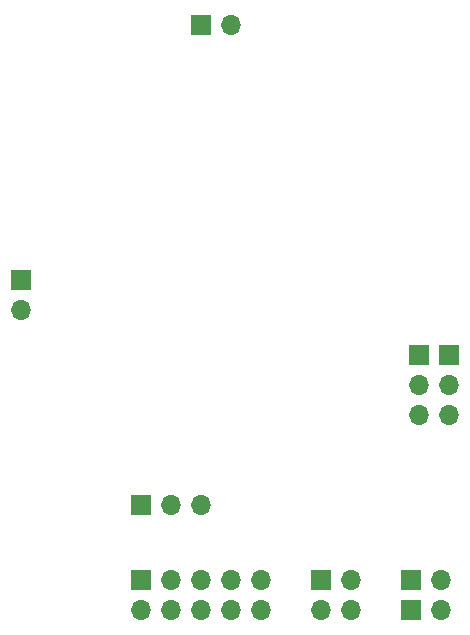
<source format=gts>
G04 #@! TF.GenerationSoftware,KiCad,Pcbnew,6.0.4+dfsg-1+b1*
G04 #@! TF.CreationDate,2022-04-24T00:25:45+03:00*
G04 #@! TF.ProjectId,yatabaza-amp,79617461-6261-47a6-912d-616d702e6b69,rev?*
G04 #@! TF.SameCoordinates,Original*
G04 #@! TF.FileFunction,Soldermask,Top*
G04 #@! TF.FilePolarity,Negative*
%FSLAX46Y46*%
G04 Gerber Fmt 4.6, Leading zero omitted, Abs format (unit mm)*
G04 Created by KiCad (PCBNEW 6.0.4+dfsg-1+b1) date 2022-04-24 00:25:45*
%MOMM*%
%LPD*%
G01*
G04 APERTURE LIST*
%ADD10R,1.700000X1.700000*%
%ADD11O,1.700000X1.700000*%
G04 APERTURE END LIST*
D10*
X36195000Y-19685000D03*
D11*
X38735000Y-19685000D03*
D10*
X20955000Y-41275000D03*
D11*
X20955000Y-43815000D03*
D10*
X31115000Y-60325000D03*
D11*
X33655000Y-60325000D03*
X36195000Y-60325000D03*
D10*
X54610000Y-47625000D03*
D11*
X54610000Y-50165000D03*
X54610000Y-52705000D03*
D10*
X57150000Y-47625000D03*
D11*
X57150000Y-50165000D03*
X57150000Y-52705000D03*
D10*
X31115000Y-66675000D03*
D11*
X31115000Y-69215000D03*
X33655000Y-66675000D03*
X33655000Y-69215000D03*
X36195000Y-66675000D03*
X36195000Y-69215000D03*
X38735000Y-66675000D03*
X38735000Y-69215000D03*
X41275000Y-66675000D03*
X41275000Y-69215000D03*
D10*
X46355000Y-66675000D03*
D11*
X46355000Y-69215000D03*
X48895000Y-66675000D03*
X48895000Y-69215000D03*
D10*
X53975000Y-69215000D03*
D11*
X56515000Y-69215000D03*
D10*
X53975000Y-66675000D03*
D11*
X56515000Y-66675000D03*
M02*

</source>
